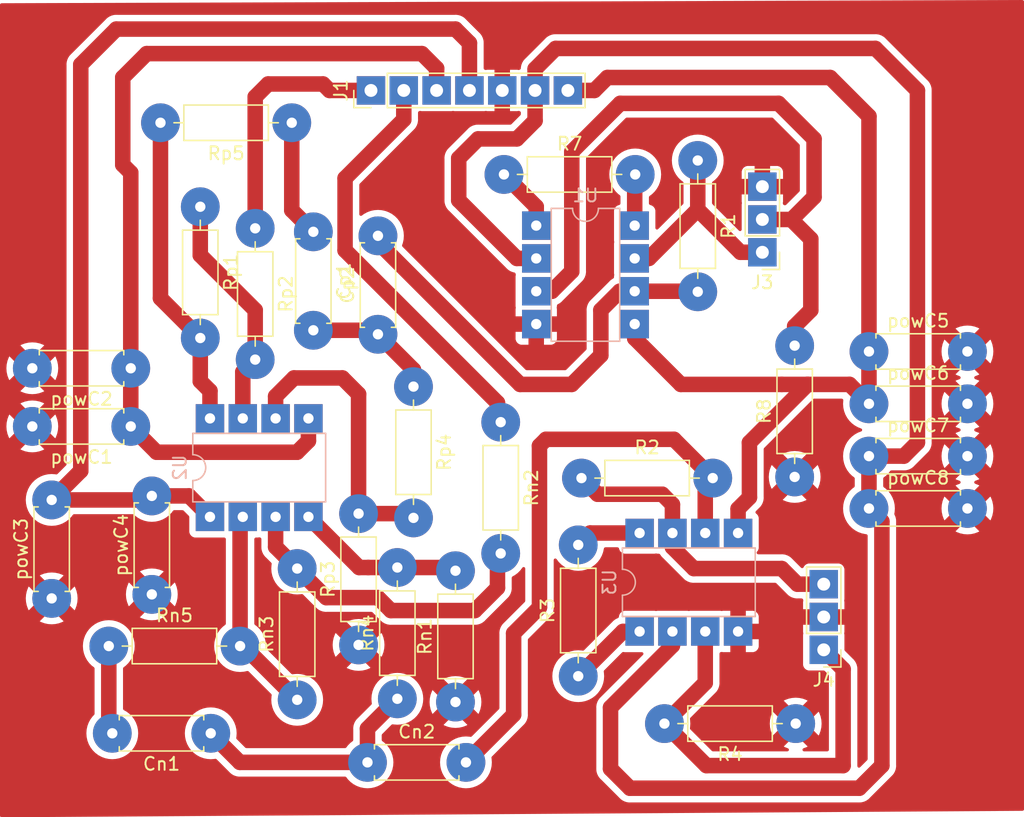
<source format=kicad_pcb>
(kicad_pcb (version 20221018) (generator pcbnew)
  (layers (0 "F.Cu" signal) (31 "B.Cu" signal) (34 "B.Paste" user) (35 "F.Paste" user) (36 "B.SilkS" user "B.Silkscreen") (37 "F.SilkS" user "F.Silkscreen") (38 "B.Mask" user) (39 "F.Mask" user) (44 "Edge.Cuts" user))
  (net 0 "")
  (footprint "Resistor_THT:R_Axial_DIN0207_L6.3mm_D2.5mm_P10.16mm_Horizontal" (layer "F.Cu") (at 77.08 71.25 180)
    (fp_text reference "R4" (at 5.08 -2.37) (layer "F.SilkS"))
    (fp_text value "1k")
    (fp_line (start 1.04 0) (end 1.81 0) (stroke (width 0.12)) (layer "F.SilkS"))
    (fp_line (start 1.81 -1.37) (end 1.81 1.37) (stroke (width 0.12)) (layer "F.SilkS"))
    (fp_line (start 1.81 1.37) (end 8.35 1.37) (stroke (width 0.12)) (layer "F.SilkS"))
    (fp_line (start 8.35 -1.37) (end 1.81 -1.37) (stroke (width 0.12)) (layer "F.SilkS"))
    (fp_line (start 8.35 1.37) (end 8.35 -1.37) (stroke (width 0.12)) (layer "F.SilkS"))
    (fp_line (start 9.12 0) (end 8.35 0) (stroke (width 0.12)) (layer "F.SilkS"))
    (pad "1" thru_hole circle (at 0 0 180) (size 3 3) (drill 0.8) (layers "*.Cu" "*.Mask"))
    (pad "2" thru_hole circle (at 10.16 0 180) (size 3 3) (drill 0.8) (layers "*.Cu" "*.Mask"))
  )
  (footprint "Resistor_THT:R_Axial_DIN0207_L6.3mm_D2.5mm_P7.62mm_Horizontal" (layer "F.Cu") (at 31.81 72 180)
    (fp_text reference "Cn1" (at 3.81 -2.37) (layer "F.SilkS"))
    (fp_text value "1u")
    (fp_line (start 0.54 -1.37) (end 7.08 -1.37) (stroke (width 0.12)) (layer "F.SilkS"))
    (fp_line (start 0.54 -1.04) (end 0.54 -1.37) (stroke (width 0.12)) (layer "F.SilkS"))
    (fp_line (start 0.54 1.04) (end 0.54 1.37) (stroke (width 0.12)) (layer "F.SilkS"))
    (fp_line (start 0.54 1.37) (end 7.08 1.37) (stroke (width 0.12)) (layer "F.SilkS"))
    (fp_line (start 7.08 -1.37) (end 7.08 -1.04) (stroke (width 0.12)) (layer "F.SilkS"))
    (fp_line (start 7.08 1.37) (end 7.08 1.04) (stroke (width 0.12)) (layer "F.SilkS"))
    (pad "1" thru_hole circle (at 0 0 180) (size 3 3) (drill 0.8) (layers "*.Cu" "*.Mask"))
    (pad "2" thru_hole circle (at 7.62 0 180) (size 3 3) (drill 0.8) (layers "*.Cu" "*.Mask"))
  )
  (footprint "Resistor_THT:R_Axial_DIN0207_L6.3mm_D2.5mm_P10.16mm_Horizontal" (layer "F.Cu") (at 23.92 65.25)
    (fp_text reference "Rn5" (at 5.08 -2.37) (layer "F.SilkS"))
    (fp_text value "1k")
    (fp_line (start 1.04 0) (end 1.81 0) (stroke (width 0.12)) (layer "F.SilkS"))
    (fp_line (start 1.81 -1.37) (end 1.81 1.37) (stroke (width 0.12)) (layer "F.SilkS"))
    (fp_line (start 1.81 1.37) (end 8.35 1.37) (stroke (width 0.12)) (layer "F.SilkS"))
    (fp_line (start 8.35 -1.37) (end 1.81 -1.37) (stroke (width 0.12)) (layer "F.SilkS"))
    (fp_line (start 8.35 1.37) (end 8.35 -1.37) (stroke (width 0.12)) (layer "F.SilkS"))
    (fp_line (start 9.12 0) (end 8.35 0) (stroke (width 0.12)) (layer "F.SilkS"))
    (pad "1" thru_hole circle (at 0 0) (size 3 3) (drill 0.8) (layers "*.Cu" "*.Mask"))
    (pad "2" thru_hole circle (at 10.16 0) (size 3 3) (drill 0.8) (layers "*.Cu" "*.Mask"))
  )
  (footprint "Connector_PinHeader_2.54mm:PinHeader_1x03_P2.54mm_Vertical" (layer "F.Cu") (at 79.25 65.54 180)
    (fp_text reference "J4" (at 0 -2.33) (layer "F.SilkS"))
    (fp_text value "nout")
    (fp_line (start -1.33 -1.33) (end 0 -1.33) (stroke (width 0.12)) (layer "F.SilkS"))
    (fp_line (start -1.33 0) (end -1.33 -1.33) (stroke (width 0.12)) (layer "F.SilkS"))
    (fp_line (start -1.33 1.27) (end -1.33 6.41) (stroke (width 0.12)) (layer "F.SilkS"))
    (fp_line (start -1.33 1.27) (end 1.33 1.27) (stroke (width 0.12)) (layer "F.SilkS"))
    (fp_line (start -1.33 6.41) (end 1.33 6.41) (stroke (width 0.12)) (layer "F.SilkS"))
    (fp_line (start 1.33 1.27) (end 1.33 6.41) (stroke (width 0.12)) (layer "F.SilkS"))
    (pad "1" thru_hole rect (at 0 0 180) (size 2.2 2.2) (drill 1) (layers "*.Cu" "*.Mask"))
    (pad "2" thru_hole rect (at 0 2.54 180) (size 2.2 2.2) (drill 1) (layers "*.Cu" "*.Mask"))
    (pad "3" thru_hole rect (at 0 5.08 180) (size 2.2 2.2) (drill 1) (layers "*.Cu" "*.Mask"))
  )
  (footprint "Resistor_THT:R_Axial_DIN0207_L6.3mm_D2.5mm_P10.16mm_Horizontal" (layer "F.Cu") (at 50.75 69.58 90)
    (fp_text reference "Rn1" (at 5.08 -2.37 90) (layer "F.SilkS"))
    (fp_text value "47k")
    (fp_line (start 1.04 0) (end 1.81 0) (stroke (width 0.12)) (layer "F.SilkS"))
    (fp_line (start 1.81 -1.37) (end 1.81 1.37) (stroke (width 0.12)) (layer "F.SilkS"))
    (fp_line (start 1.81 1.37) (end 8.35 1.37) (stroke (width 0.12)) (layer "F.SilkS"))
    (fp_line (start 8.35 -1.37) (end 1.81 -1.37) (stroke (width 0.12)) (layer "F.SilkS"))
    (fp_line (start 8.35 1.37) (end 8.35 -1.37) (stroke (width 0.12)) (layer "F.SilkS"))
    (fp_line (start 9.12 0) (end 8.35 0) (stroke (width 0.12)) (layer "F.SilkS"))
    (pad "1" thru_hole circle (at 0 0 90) (size 3 3) (drill 0.8) (layers "*.Cu" "*.Mask"))
    (pad "2" thru_hole circle (at 10.16 0 90) (size 3 3) (drill 0.8) (layers "*.Cu" "*.Mask"))
  )
  (footprint "Resistor_THT:R_Axial_DIN0207_L6.3mm_D2.5mm_P7.62mm_Horizontal" (layer "F.Cu") (at 39.75 33.19 -90)
    (fp_text reference "Cp1" (at 3.81 -2.37 -270) (layer "F.SilkS"))
    (fp_text value "1u")
    (fp_line (start 0.54 -1.37) (end 7.08 -1.37) (stroke (width 0.12)) (layer "F.SilkS"))
    (fp_line (start 0.54 -1.04) (end 0.54 -1.37) (stroke (width 0.12)) (layer "F.SilkS"))
    (fp_line (start 0.54 1.04) (end 0.54 1.37) (stroke (width 0.12)) (layer "F.SilkS"))
    (fp_line (start 0.54 1.37) (end 7.08 1.37) (stroke (width 0.12)) (layer "F.SilkS"))
    (fp_line (start 7.08 -1.37) (end 7.08 -1.04) (stroke (width 0.12)) (layer "F.SilkS"))
    (fp_line (start 7.08 1.37) (end 7.08 1.04) (stroke (width 0.12)) (layer "F.SilkS"))
    (pad "1" thru_hole circle (at 0 0 270) (size 3 3) (drill 0.8) (layers "*.Cu" "*.Mask"))
    (pad "2" thru_hole circle (at 7.62 0 270) (size 3 3) (drill 0.8) (layers "*.Cu" "*.Mask"))
  )
  (footprint "Resistor_THT:R_Axial_DIN0207_L6.3mm_D2.5mm_P10.16mm_Horizontal" (layer "F.Cu") (at 77 52.16 90)
    (fp_text reference "R8" (at 5.08 -2.37 90) (layer "F.SilkS"))
    (fp_text value "1k")
    (fp_line (start 1.04 0) (end 1.81 0) (stroke (width 0.12)) (layer "F.SilkS"))
    (fp_line (start 1.81 -1.37) (end 1.81 1.37) (stroke (width 0.12)) (layer "F.SilkS"))
    (fp_line (start 1.81 1.37) (end 8.35 1.37) (stroke (width 0.12)) (layer "F.SilkS"))
    (fp_line (start 8.35 -1.37) (end 1.81 -1.37) (stroke (width 0.12)) (layer "F.SilkS"))
    (fp_line (start 8.35 1.37) (end 8.35 -1.37) (stroke (width 0.12)) (layer "F.SilkS"))
    (fp_line (start 9.12 0) (end 8.35 0) (stroke (width 0.12)) (layer "F.SilkS"))
    (pad "1" thru_hole circle (at 0 0 90) (size 3 3) (drill 0.8) (layers "*.Cu" "*.Mask"))
    (pad "2" thru_hole circle (at 10.16 0 90) (size 3 3) (drill 0.8) (layers "*.Cu" "*.Mask"))
  )
  (footprint "Resistor_THT:R_Axial_DIN0207_L6.3mm_D2.5mm_P7.62mm_Horizontal" (layer "F.Cu") (at 25.62 43.75 180)
    (fp_text reference "powC2" (at 3.81 -2.37) (layer "F.SilkS"))
    (fp_text value "1n")
    (fp_line (start 0.54 -1.37) (end 7.08 -1.37) (stroke (width 0.12)) (layer "F.SilkS"))
    (fp_line (start 0.54 -1.04) (end 0.54 -1.37) (stroke (width 0.12)) (layer "F.SilkS"))
    (fp_line (start 0.54 1.04) (end 0.54 1.37) (stroke (width 0.12)) (layer "F.SilkS"))
    (fp_line (start 0.54 1.37) (end 7.08 1.37) (stroke (width 0.12)) (layer "F.SilkS"))
    (fp_line (start 7.08 -1.37) (end 7.08 -1.04) (stroke (width 0.12)) (layer "F.SilkS"))
    (fp_line (start 7.08 1.37) (end 7.08 1.04) (stroke (width 0.12)) (layer "F.SilkS"))
    (pad "1" thru_hole circle (at 0 0 180) (size 3 3) (drill 0.8) (layers "*.Cu" "*.Mask"))
    (pad "2" thru_hole circle (at 7.62 0 180) (size 3 3) (drill 0.8) (layers "*.Cu" "*.Mask"))
  )
  (footprint "Resistor_THT:R_Axial_DIN0207_L6.3mm_D2.5mm_P10.16mm_Horizontal" (layer "F.Cu") (at 38.5 69.41 90)
    (fp_text reference "Rn3" (at 5.08 -2.37 90) (layer "F.SilkS"))
    (fp_text value "47k")
    (fp_line (start 1.04 0) (end 1.81 0) (stroke (width 0.12)) (layer "F.SilkS"))
    (fp_line (start 1.81 -1.37) (end 1.81 1.37) (stroke (width 0.12)) (layer "F.SilkS"))
    (fp_line (start 1.81 1.37) (end 8.35 1.37) (stroke (width 0.12)) (layer "F.SilkS"))
    (fp_line (start 8.35 -1.37) (end 1.81 -1.37) (stroke (width 0.12)) (layer "F.SilkS"))
    (fp_line (start 8.35 1.37) (end 8.35 -1.37) (stroke (width 0.12)) (layer "F.SilkS"))
    (fp_line (start 9.12 0) (end 8.35 0) (stroke (width 0.12)) (layer "F.SilkS"))
    (pad "1" thru_hole circle (at 0 0 90) (size 3 3) (drill 0.8) (layers "*.Cu" "*.Mask"))
    (pad "2" thru_hole circle (at 10.16 0 90) (size 3 3) (drill 0.8) (layers "*.Cu" "*.Mask"))
  )
  (footprint "Resistor_THT:R_Axial_DIN0207_L6.3mm_D2.5mm_P10.16mm_Horizontal" (layer "F.Cu") (at 60.5 52.25)
    (fp_text reference "R2" (at 5.08 -2.37) (layer "F.SilkS"))
    (fp_text value "10")
    (fp_line (start 1.04 0) (end 1.81 0) (stroke (width 0.12)) (layer "F.SilkS"))
    (fp_line (start 1.81 -1.37) (end 1.81 1.37) (stroke (width 0.12)) (layer "F.SilkS"))
    (fp_line (start 1.81 1.37) (end 8.35 1.37) (stroke (width 0.12)) (layer "F.SilkS"))
    (fp_line (start 8.35 -1.37) (end 1.81 -1.37) (stroke (width 0.12)) (layer "F.SilkS"))
    (fp_line (start 8.35 1.37) (end 8.35 -1.37) (stroke (width 0.12)) (layer "F.SilkS"))
    (fp_line (start 9.12 0) (end 8.35 0) (stroke (width 0.12)) (layer "F.SilkS"))
    (pad "1" thru_hole circle (at 0 0) (size 3 3) (drill 0.8) (layers "*.Cu" "*.Mask"))
    (pad "2" thru_hole circle (at 10.16 0) (size 3 3) (drill 0.8) (layers "*.Cu" "*.Mask"))
  )
  (footprint "Resistor_THT:R_Axial_DIN0207_L6.3mm_D2.5mm_P10.16mm_Horizontal" (layer "F.Cu") (at 31 31.25 -90)
    (fp_text reference "Rp1" (at 5.08 -2.37 -270) (layer "F.SilkS"))
    (fp_text value "47k")
    (fp_line (start 1.04 0) (end 1.81 0) (stroke (width 0.12)) (layer "F.SilkS"))
    (fp_line (start 1.81 -1.37) (end 1.81 1.37) (stroke (width 0.12)) (layer "F.SilkS"))
    (fp_line (start 1.81 1.37) (end 8.35 1.37) (stroke (width 0.12)) (layer "F.SilkS"))
    (fp_line (start 8.35 -1.37) (end 1.81 -1.37) (stroke (width 0.12)) (layer "F.SilkS"))
    (fp_line (start 8.35 1.37) (end 8.35 -1.37) (stroke (width 0.12)) (layer "F.SilkS"))
    (fp_line (start 9.12 0) (end 8.35 0) (stroke (width 0.12)) (layer "F.SilkS"))
    (pad "1" thru_hole circle (at 0 0 270) (size 3 3) (drill 0.8) (layers "*.Cu" "*.Mask"))
    (pad "2" thru_hole circle (at 10.16 0 270) (size 3 3) (drill 0.8) (layers "*.Cu" "*.Mask"))
  )
  (footprint "Resistor_THT:R_Axial_DIN0207_L6.3mm_D2.5mm_P10.16mm_Horizontal" (layer "F.Cu") (at 43.25 65.16 90)
    (fp_text reference "Rp3" (at 5.08 -2.37 90) (layer "F.SilkS"))
    (fp_text value "47k")
    (fp_line (start 1.04 0) (end 1.81 0) (stroke (width 0.12)) (layer "F.SilkS"))
    (fp_line (start 1.81 -1.37) (end 1.81 1.37) (stroke (width 0.12)) (layer "F.SilkS"))
    (fp_line (start 1.81 1.37) (end 8.35 1.37) (stroke (width 0.12)) (layer "F.SilkS"))
    (fp_line (start 8.35 -1.37) (end 1.81 -1.37) (stroke (width 0.12)) (layer "F.SilkS"))
    (fp_line (start 8.35 1.37) (end 8.35 -1.37) (stroke (width 0.12)) (layer "F.SilkS"))
    (fp_line (start 9.12 0) (end 8.35 0) (stroke (width 0.12)) (layer "F.SilkS"))
    (pad "1" thru_hole circle (at 0 0 90) (size 3 3) (drill 0.8) (layers "*.Cu" "*.Mask"))
    (pad "2" thru_hole circle (at 10.16 0 90) (size 3 3) (drill 0.8) (layers "*.Cu" "*.Mask"))
  )
  (footprint "Resistor_THT:R_Axial_DIN0207_L6.3mm_D2.5mm_P7.62mm_Horizontal" (layer "F.Cu") (at 44.75 41.12 90)
    (fp_text reference "Cp2" (at 3.81 -2.37 90) (layer "F.SilkS"))
    (fp_text value "1u")
    (fp_line (start 0.54 -1.37) (end 7.08 -1.37) (stroke (width 0.12)) (layer "F.SilkS"))
    (fp_line (start 0.54 -1.04) (end 0.54 -1.37) (stroke (width 0.12)) (layer "F.SilkS"))
    (fp_line (start 0.54 1.04) (end 0.54 1.37) (stroke (width 0.12)) (layer "F.SilkS"))
    (fp_line (start 0.54 1.37) (end 7.08 1.37) (stroke (width 0.12)) (layer "F.SilkS"))
    (fp_line (start 7.08 -1.37) (end 7.08 -1.04) (stroke (width 0.12)) (layer "F.SilkS"))
    (fp_line (start 7.08 1.37) (end 7.08 1.04) (stroke (width 0.12)) (layer "F.SilkS"))
    (pad "1" thru_hole circle (at 0 0 90) (size 3 3) (drill 0.8) (layers "*.Cu" "*.Mask"))
    (pad "2" thru_hole circle (at 7.62 0 90) (size 3 3) (drill 0.8) (layers "*.Cu" "*.Mask"))
  )
  (footprint "Resistor_THT:R_Axial_DIN0207_L6.3mm_D2.5mm_P7.62mm_Horizontal" (layer "F.Cu") (at 82.75 54.6)
    (fp_text reference "powC8" (at 3.81 -2.37) (layer "F.SilkS"))
    (fp_text value "1n")
    (fp_line (start 0.54 -1.37) (end 7.08 -1.37) (stroke (width 0.12)) (layer "F.SilkS"))
    (fp_line (start 0.54 -1.04) (end 0.54 -1.37) (stroke (width 0.12)) (layer "F.SilkS"))
    (fp_line (start 0.54 1.04) (end 0.54 1.37) (stroke (width 0.12)) (layer "F.SilkS"))
    (fp_line (start 0.54 1.37) (end 7.08 1.37) (stroke (width 0.12)) (layer "F.SilkS"))
    (fp_line (start 7.08 -1.37) (end 7.08 -1.04) (stroke (width 0.12)) (layer "F.SilkS"))
    (fp_line (start 7.08 1.37) (end 7.08 1.04) (stroke (width 0.12)) (layer "F.SilkS"))
    (pad "1" thru_hole circle (at 0 0) (size 3 3) (drill 0.8) (layers "*.Cu" "*.Mask"))
    (pad "2" thru_hole circle (at 7.62 0) (size 3 3) (drill 0.8) (layers "*.Cu" "*.Mask"))
  )
  (footprint "Resistor_THT:R_Axial_DIN0207_L6.3mm_D2.5mm_P10.16mm_Horizontal" (layer "F.Cu") (at 47.5 45.17 -90)
    (fp_text reference "Rp4" (at 5.08 -2.37 -270) (layer "F.SilkS"))
    (fp_text value "47k")
    (fp_line (start 1.04 0) (end 1.81 0) (stroke (width 0.12)) (layer "F.SilkS"))
    (fp_line (start 1.81 -1.37) (end 1.81 1.37) (stroke (width 0.12)) (layer "F.SilkS"))
    (fp_line (start 1.81 1.37) (end 8.35 1.37) (stroke (width 0.12)) (layer "F.SilkS"))
    (fp_line (start 8.35 -1.37) (end 1.81 -1.37) (stroke (width 0.12)) (layer "F.SilkS"))
    (fp_line (start 8.35 1.37) (end 8.35 -1.37) (stroke (width 0.12)) (layer "F.SilkS"))
    (fp_line (start 9.12 0) (end 8.35 0) (stroke (width 0.12)) (layer "F.SilkS"))
    (pad "1" thru_hole circle (at 0 0 270) (size 3 3) (drill 0.8) (layers "*.Cu" "*.Mask"))
    (pad "2" thru_hole circle (at 10.16 0 270) (size 3 3) (drill 0.8) (layers "*.Cu" "*.Mask"))
  )
  (footprint "Resistor_THT:R_Axial_DIN0207_L6.3mm_D2.5mm_P10.16mm_Horizontal" (layer "F.Cu") (at 38.08 24.75 180)
    (fp_text reference "Rp5" (at 5.08 -2.37) (layer "F.SilkS"))
    (fp_text value "1k")
    (fp_line (start 1.04 0) (end 1.81 0) (stroke (width 0.12)) (layer "F.SilkS"))
    (fp_line (start 1.81 -1.37) (end 1.81 1.37) (stroke (width 0.12)) (layer "F.SilkS"))
    (fp_line (start 1.81 1.37) (end 8.35 1.37) (stroke (width 0.12)) (layer "F.SilkS"))
    (fp_line (start 8.35 -1.37) (end 1.81 -1.37) (stroke (width 0.12)) (layer "F.SilkS"))
    (fp_line (start 8.35 1.37) (end 8.35 -1.37) (stroke (width 0.12)) (layer "F.SilkS"))
    (fp_line (start 9.12 0) (end 8.35 0) (stroke (width 0.12)) (layer "F.SilkS"))
    (pad "1" thru_hole circle (at 0 0 180) (size 3 3) (drill 0.8) (layers "*.Cu" "*.Mask"))
    (pad "2" thru_hole circle (at 10.16 0 180) (size 3 3) (drill 0.8) (layers "*.Cu" "*.Mask"))
  )
  (footprint "Resistor_THT:R_Axial_DIN0207_L6.3mm_D2.5mm_P7.62mm_Horizontal" (layer "F.Cu") (at 27.25 61.25 90)
    (fp_text reference "powC4" (at 3.81 -2.37 90) (layer "F.SilkS"))
    (fp_text value "1n")
    (fp_line (start 0.54 -1.37) (end 7.08 -1.37) (stroke (width 0.12)) (layer "F.SilkS"))
    (fp_line (start 0.54 -1.04) (end 0.54 -1.37) (stroke (width 0.12)) (layer "F.SilkS"))
    (fp_line (start 0.54 1.04) (end 0.54 1.37) (stroke (width 0.12)) (layer "F.SilkS"))
    (fp_line (start 0.54 1.37) (end 7.08 1.37) (stroke (width 0.12)) (layer "F.SilkS"))
    (fp_line (start 7.08 -1.37) (end 7.08 -1.04) (stroke (width 0.12)) (layer "F.SilkS"))
    (fp_line (start 7.08 1.37) (end 7.08 1.04) (stroke (width 0.12)) (layer "F.SilkS"))
    (pad "1" thru_hole circle (at 0 0 90) (size 3 3) (drill 0.8) (layers "*.Cu" "*.Mask"))
    (pad "2" thru_hole circle (at 7.62 0 90) (size 3 3) (drill 0.8) (layers "*.Cu" "*.Mask"))
  )
  (footprint "Resistor_THT:R_Axial_DIN0207_L6.3mm_D2.5mm_P10.16mm_Horizontal" (layer "F.Cu") (at 46.25 69.33 90)
    (fp_text reference "Rn4" (at 5.08 -2.37 90) (layer "F.SilkS"))
    (fp_text value "47k")
    (fp_line (start 1.04 0) (end 1.81 0) (stroke (width 0.12)) (layer "F.SilkS"))
    (fp_line (start 1.81 -1.37) (end 1.81 1.37) (stroke (width 0.12)) (layer "F.SilkS"))
    (fp_line (start 1.81 1.37) (end 8.35 1.37) (stroke (width 0.12)) (layer "F.SilkS"))
    (fp_line (start 8.35 -1.37) (end 1.81 -1.37) (stroke (width 0.12)) (layer "F.SilkS"))
    (fp_line (start 8.35 1.37) (end 8.35 -1.37) (stroke (width 0.12)) (layer "F.SilkS"))
    (fp_line (start 9.12 0) (end 8.35 0) (stroke (width 0.12)) (layer "F.SilkS"))
    (pad "1" thru_hole circle (at 0 0 90) (size 3 3) (drill 0.8) (layers "*.Cu" "*.Mask"))
    (pad "2" thru_hole circle (at 10.16 0 90) (size 3 3) (drill 0.8) (layers "*.Cu" "*.Mask"))
  )
  (footprint "Resistor_THT:R_Axial_DIN0207_L6.3mm_D2.5mm_P7.62mm_Horizontal" (layer "F.Cu") (at 82.75 46.5)
    (fp_text reference "powC6" (at 3.81 -2.37) (layer "F.SilkS"))
    (fp_text value "1n")
    (fp_line (start 0.54 -1.37) (end 7.08 -1.37) (stroke (width 0.12)) (layer "F.SilkS"))
    (fp_line (start 0.54 -1.04) (end 0.54 -1.37) (stroke (width 0.12)) (layer "F.SilkS"))
    (fp_line (start 0.54 1.04) (end 0.54 1.37) (stroke (width 0.12)) (layer "F.SilkS"))
    (fp_line (start 0.54 1.37) (end 7.08 1.37) (stroke (width 0.12)) (layer "F.SilkS"))
    (fp_line (start 7.08 -1.37) (end 7.08 -1.04) (stroke (width 0.12)) (layer "F.SilkS"))
    (fp_line (start 7.08 1.37) (end 7.08 1.04) (stroke (width 0.12)) (layer "F.SilkS"))
    (pad "1" thru_hole circle (at 0 0) (size 3 3) (drill 0.8) (layers "*.Cu" "*.Mask"))
    (pad "2" thru_hole circle (at 7.62 0) (size 3 3) (drill 0.8) (layers "*.Cu" "*.Mask"))
  )
  (footprint "Resistor_THT:R_Axial_DIN0207_L6.3mm_D2.5mm_P7.62mm_Horizontal" (layer "F.Cu") (at 19.5 61.56 90)
    (fp_text reference "powC3" (at 3.81 -2.37 90) (layer "F.SilkS"))
    (fp_text value "1u")
    (fp_line (start 0.54 -1.37) (end 7.08 -1.37) (stroke (width 0.12)) (layer "F.SilkS"))
    (fp_line (start 0.54 -1.04) (end 0.54 -1.37) (stroke (width 0.12)) (layer "F.SilkS"))
    (fp_line (start 0.54 1.04) (end 0.54 1.37) (stroke (width 0.12)) (layer "F.SilkS"))
    (fp_line (start 0.54 1.37) (end 7.08 1.37) (stroke (width 0.12)) (layer "F.SilkS"))
    (fp_line (start 7.08 -1.37) (end 7.08 -1.04) (stroke (width 0.12)) (layer "F.SilkS"))
    (fp_line (start 7.08 1.37) (end 7.08 1.04) (stroke (width 0.12)) (layer "F.SilkS"))
    (pad "1" thru_hole circle (at 0 0 90) (size 3 3) (drill 0.8) (layers "*.Cu" "*.Mask"))
    (pad "2" thru_hole circle (at 7.62 0 90) (size 3 3) (drill 0.8) (layers "*.Cu" "*.Mask"))
  )
  (footprint "Resistor_THT:R_Axial_DIN0207_L6.3mm_D2.5mm_P10.16mm_Horizontal" (layer "F.Cu") (at 54.5 28.75)
    (fp_text reference "R7" (at 5.08 -2.37) (layer "F.SilkS"))
    (fp_text value "10k")
    (fp_line (start 1.04 0) (end 1.81 0) (stroke (width 0.12)) (layer "F.SilkS"))
    (fp_line (start 1.81 -1.37) (end 1.81 1.37) (stroke (width 0.12)) (layer "F.SilkS"))
    (fp_line (start 1.81 1.37) (end 8.35 1.37) (stroke (width 0.12)) (layer "F.SilkS"))
    (fp_line (start 8.35 -1.37) (end 1.81 -1.37) (stroke (width 0.12)) (layer "F.SilkS"))
    (fp_line (start 8.35 1.37) (end 8.35 -1.37) (stroke (width 0.12)) (layer "F.SilkS"))
    (fp_line (start 9.12 0) (end 8.35 0) (stroke (width 0.12)) (layer "F.SilkS"))
    (pad "1" thru_hole circle (at 0 0) (size 3 3) (drill 0.8) (layers "*.Cu" "*.Mask"))
    (pad "2" thru_hole circle (at 10.16 0) (size 3 3) (drill 0.8) (layers "*.Cu" "*.Mask"))
  )
  (footprint "Connector_PinHeader_2.54mm:PinHeader_1x03_P2.54mm_Vertical" (layer "F.Cu") (at 74.5 34.775 180)
    (fp_text reference "J3" (at 0 -2.33) (layer "F.SilkS"))
    (fp_text value "pout")
    (fp_line (start -1.33 -1.33) (end 0 -1.33) (stroke (width 0.12)) (layer "F.SilkS"))
    (fp_line (start -1.33 0) (end -1.33 -1.33) (stroke (width 0.12)) (layer "F.SilkS"))
    (fp_line (start -1.33 1.27) (end -1.33 6.41) (stroke (width 0.12)) (layer "F.SilkS"))
    (fp_line (start -1.33 1.27) (end 1.33 1.27) (stroke (width 0.12)) (layer "F.SilkS"))
    (fp_line (start -1.33 6.41) (end 1.33 6.41) (stroke (width 0.12)) (layer "F.SilkS"))
    (fp_line (start 1.33 1.27) (end 1.33 6.41) (stroke (width 0.12)) (layer "F.SilkS"))
    (pad "1" thru_hole rect (at 0 0 180) (size 2.2 2.2) (drill 1) (layers "*.Cu" "*.Mask"))
    (pad "2" thru_hole rect (at 0 2.54 180) (size 2.2 2.2) (drill 1) (layers "*.Cu" "*.Mask"))
    (pad "3" thru_hole rect (at 0 5.08 180) (size 2.2 2.2) (drill 1) (layers "*.Cu" "*.Mask"))
  )
  (footprint "Resistor_THT:R_Axial_DIN0207_L6.3mm_D2.5mm_P10.16mm_Horizontal" (layer "F.Cu") (at 35.25 32.92 -90)
    (fp_text reference "Rp2" (at 5.08 -2.37 -270) (layer "F.SilkS"))
    (fp_text value "47k")
    (fp_line (start 1.04 0) (end 1.81 0) (stroke (width 0.12)) (layer "F.SilkS"))
    (fp_line (start 1.81 -1.37) (end 1.81 1.37) (stroke (width 0.12)) (layer "F.SilkS"))
    (fp_line (start 1.81 1.37) (end 8.35 1.37) (stroke (width 0.12)) (layer "F.SilkS"))
    (fp_line (start 8.35 -1.37) (end 1.81 -1.37) (stroke (width 0.12)) (layer "F.SilkS"))
    (fp_line (start 8.35 1.37) (end 8.35 -1.37) (stroke (width 0.12)) (layer "F.SilkS"))
    (fp_line (start 9.12 0) (end 8.35 0) (stroke (width 0.12)) (layer "F.SilkS"))
    (pad "1" thru_hole circle (at 0 0 270) (size 3 3) (drill 0.8) (layers "*.Cu" "*.Mask"))
    (pad "2" thru_hole circle (at 10.16 0 270) (size 3 3) (drill 0.8) (layers "*.Cu" "*.Mask"))
  )
  (footprint "Resistor_THT:R_Axial_DIN0207_L6.3mm_D2.5mm_P10.16mm_Horizontal" (layer "F.Cu") (at 60.25 67.58 90)
    (fp_text reference "R3" (at 5.08 -2.37 90) (layer "F.SilkS"))
    (fp_text value "10k")
    (fp_line (start 1.04 0) (end 1.81 0) (stroke (width 0.12)) (layer "F.SilkS"))
    (fp_line (start 1.81 -1.37) (end 1.81 1.37) (stroke (width 0.12)) (layer "F.SilkS"))
    (fp_line (start 1.81 1.37) (end 8.35 1.37) (stroke (width 0.12)) (layer "F.SilkS"))
    (fp_line (start 8.35 -1.37) (end 1.81 -1.37) (stroke (width 0.12)) (layer "F.SilkS"))
    (fp_line (start 8.35 1.37) (end 8.35 -1.37) (stroke (width 0.12)) (layer "F.SilkS"))
    (fp_line (start 9.12 0) (end 8.35 0) (stroke (width 0.12)) (layer "F.SilkS"))
    (pad "1" thru_hole circle (at 0 0 90) (size 3 3) (drill 0.8) (layers "*.Cu" "*.Mask"))
    (pad "2" thru_hole circle (at 10.16 0 90) (size 3 3) (drill 0.8) (layers "*.Cu" "*.Mask"))
  )
  (footprint "Resistor_THT:R_Axial_DIN0207_L6.3mm_D2.5mm_P7.62mm_Horizontal" (layer "F.Cu") (at 43.94 74.25)
    (fp_text reference "Cn2" (at 3.81 -2.37) (layer "F.SilkS"))
    (fp_text value "1u")
    (fp_line (start 0.54 -1.37) (end 7.08 -1.37) (stroke (width 0.12)) (layer "F.SilkS"))
    (fp_line (start 0.54 -1.04) (end 0.54 -1.37) (stroke (width 0.12)) (layer "F.SilkS"))
    (fp_line (start 0.54 1.04) (end 0.54 1.37) (stroke (width 0.12)) (layer "F.SilkS"))
    (fp_line (start 0.54 1.37) (end 7.08 1.37) (stroke (width 0.12)) (layer "F.SilkS"))
    (fp_line (start 7.08 -1.37) (end 7.08 -1.04) (stroke (width 0.12)) (layer "F.SilkS"))
    (fp_line (start 7.08 1.37) (end 7.08 1.04) (stroke (width 0.12)) (layer "F.SilkS"))
    (pad "1" thru_hole circle (at 0 0) (size 3 3) (drill 0.8) (layers "*.Cu" "*.Mask"))
    (pad "2" thru_hole circle (at 7.62 0) (size 3 3) (drill 0.8) (layers "*.Cu" "*.Mask"))
  )
  (footprint "Connector_PinHeader_2.54mm:PinHeader_1x07_P2.54mm_Vertical" (layer "F.Cu") (at 44.21 22.25 90)
    (fp_text reference "J1" (at 0 -2.33 90) (layer "F.SilkS"))
    (fp_text value "in")
    (fp_line (start -1.33 -1.33) (end 0 -1.33) (stroke (width 0.12)) (layer "F.SilkS"))
    (fp_line (start -1.33 0) (end -1.33 -1.33) (stroke (width 0.12)) (layer "F.SilkS"))
    (fp_line (start -1.33 1.27) (end -1.33 16.57) (stroke (width 0.12)) (layer "F.SilkS"))
    (fp_line (start -1.33 1.27) (end 1.33 1.27) (stroke (width 0.12)) (layer "F.SilkS"))
    (fp_line (start -1.33 16.57) (end 1.33 16.57) (stroke (width 0.12)) (layer "F.SilkS"))
    (fp_line (start 1.33 1.27) (end 1.33 16.57) (stroke (width 0.12)) (layer "F.SilkS"))
    (pad "1" thru_hole rect (at 0 0 90) (size 2.2 2.2) (drill 1) (layers "*.Cu" "*.Mask"))
    (pad "2" thru_hole rect (at 0 2.54 90) (size 2.2 2.2) (drill 1) (layers "*.Cu" "*.Mask"))
    (pad "3" thru_hole rect (at 0 5.08 90) (size 2.2 2.2) (drill 1) (layers "*.Cu" "*.Mask"))
    (pad "4" thru_hole rect (at 0 7.62 90) (size 2.2 2.2) (drill 1) (layers "*.Cu" "*.Mask"))
    (pad "5" thru_hole rect (at 0 10.16 90) (size 2.2 2.2) (drill 1) (layers "*.Cu" "*.Mask"))
    (pad "6" thru_hole rect (at 0 12.7 90) (size 2.2 2.2) (drill 1) (layers "*.Cu" "*.Mask"))
    (pad "7" thru_hole rect (at 0 15.24 90) (size 2.2 2.2) (drill 1) (layers "*.Cu" "*.Mask"))
  )
  (footprint "Resistor_THT:R_Axial_DIN0207_L6.3mm_D2.5mm_P10.16mm_Horizontal" (layer "F.Cu") (at 69.5 27.67 -90)
    (fp_text reference "R1" (at 5.08 -2.37 -270) (layer "F.SilkS"))
    (fp_text value "10")
    (fp_line (start 1.04 0) (end 1.81 0) (stroke (width 0.12)) (layer "F.SilkS"))
    (fp_line (start 1.81 -1.37) (end 1.81 1.37) (stroke (width 0.12)) (layer "F.SilkS"))
    (fp_line (start 1.81 1.37) (end 8.35 1.37) (stroke (width 0.12)) (layer "F.SilkS"))
    (fp_line (start 8.35 -1.37) (end 1.81 -1.37) (stroke (width 0.12)) (layer "F.SilkS"))
    (fp_line (start 8.35 1.37) (end 8.35 -1.37) (stroke (width 0.12)) (layer "F.SilkS"))
    (fp_line (start 9.12 0) (end 8.35 0) (stroke (width 0.12)) (layer "F.SilkS"))
    (pad "1" thru_hole circle (at 0 0 270) (size 3 3) (drill 0.8) (layers "*.Cu" "*.Mask"))
    (pad "2" thru_hole circle (at 10.16 0 270) (size 3 3) (drill 0.8) (layers "*.Cu" "*.Mask"))
  )
  (footprint "Resistor_THT:R_Axial_DIN0207_L6.3mm_D2.5mm_P7.62mm_Horizontal" (layer "F.Cu") (at 25.62 48.25 180)
    (fp_text reference "powC1" (at 3.81 -2.37) (layer "F.SilkS"))
    (fp_text value "1u")
    (fp_line (start 0.54 -1.37) (end 7.08 -1.37) (stroke (width 0.12)) (layer "F.SilkS"))
    (fp_line (start 0.54 -1.04) (end 0.54 -1.37) (stroke (width 0.12)) (layer "F.SilkS"))
    (fp_line (start 0.54 1.04) (end 0.54 1.37) (stroke (width 0.12)) (layer "F.SilkS"))
    (fp_line (start 0.54 1.37) (end 7.08 1.37) (stroke (width 0.12)) (layer "F.SilkS"))
    (fp_line (start 7.08 -1.37) (end 7.08 -1.04) (stroke (width 0.12)) (layer "F.SilkS"))
    (fp_line (start 7.08 1.37) (end 7.08 1.04) (stroke (width 0.12)) (layer "F.SilkS"))
    (pad "1" thru_hole circle (at 0 0 180) (size 3 3) (drill 0.8) (layers "*.Cu" "*.Mask"))
    (pad "2" thru_hole circle (at 7.62 0 180) (size 3 3) (drill 0.8) (layers "*.Cu" "*.Mask"))
  )
  (footprint "Resistor_THT:R_Axial_DIN0207_L6.3mm_D2.5mm_P7.62mm_Horizontal" (layer "F.Cu") (at 82.75 42.45)
    (fp_text reference "powC5" (at 3.81 -2.37) (layer "F.SilkS"))
    (fp_text value "1u")
    (fp_line (start 0.54 -1.37) (end 7.08 -1.37) (stroke (width 0.12)) (layer "F.SilkS"))
    (fp_line (start 0.54 -1.04) (end 0.54 -1.37) (stroke (width 0.12)) (layer "F.SilkS"))
    (fp_line (start 0.54 1.04) (end 0.54 1.37) (stroke (width 0.12)) (layer "F.SilkS"))
    (fp_line (start 0.54 1.37) (end 7.08 1.37) (stroke (width 0.12)) (layer "F.SilkS"))
    (fp_line (start 7.08 -1.37) (end 7.08 -1.04) (stroke (width 0.12)) (layer "F.SilkS"))
    (fp_line (start 7.08 1.37) (end 7.08 1.04) (stroke (width 0.12)) (layer "F.SilkS"))
    (pad "1" thru_hole circle (at 0 0) (size 3 3) (drill 0.8) (layers "*.Cu" "*.Mask"))
    (pad "2" thru_hole circle (at 7.62 0) (size 3 3) (drill 0.8) (layers "*.Cu" "*.Mask"))
  )
  (footprint "Resistor_THT:R_Axial_DIN0207_L6.3mm_D2.5mm_P7.62mm_Horizontal" (layer "F.Cu") (at 82.75 50.55)
    (fp_text reference "powC7" (at 3.81 -2.37) (layer "F.SilkS"))
    (fp_text value "1u")
    (fp_line (start 0.54 -1.37) (end 7.08 -1.37) (stroke (width 0.12)) (layer "F.SilkS"))
    (fp_line (start 0.54 -1.04) (end 0.54 -1.37) (stroke (width 0.12)) (layer "F.SilkS"))
    (fp_line (start 0.54 1.04) (end 0.54 1.37) (stroke (width 0.12)) (layer "F.SilkS"))
    (fp_line (start 0.54 1.37) (end 7.08 1.37) (stroke (width 0.12)) (layer "F.SilkS"))
    (fp_line (start 7.08 -1.37) (end 7.08 -1.04) (stroke (width 0.12)) (layer "F.SilkS"))
    (fp_line (start 7.08 1.37) (end 7.08 1.04) (stroke (width 0.12)) (layer "F.SilkS"))
    (pad "1" thru_hole circle (at 0 0) (size 3 3) (drill 0.8) (layers "*.Cu" "*.Mask"))
    (pad "2" thru_hole circle (at 7.62 0) (size 3 3) (drill 0.8) (layers "*.Cu" "*.Mask"))
  )
  (footprint "Resistor_THT:R_Axial_DIN0207_L6.3mm_D2.5mm_P10.16mm_Horizontal" (layer "F.Cu") (at 54.25 47.92 -90)
    (fp_text reference "Rn2" (at 5.08 -2.37 -270) (layer "F.SilkS"))
    (fp_text value "47k")
    (fp_line (start 1.04 0) (end 1.81 0) (stroke (width 0.12)) (layer "F.SilkS"))
    (fp_line (start 1.81 -1.37) (end 1.81 1.37) (stroke (width 0.12)) (layer "F.SilkS"))
    (fp_line (start 1.81 1.37) (end 8.35 1.37) (stroke (width 0.12)) (layer "F.SilkS"))
    (fp_line (start 8.35 -1.37) (end 1.81 -1.37) (stroke (width 0.12)) (layer "F.SilkS"))
    (fp_line (start 8.35 1.37) (end 8.35 -1.37) (stroke (width 0.12)) (layer "F.SilkS"))
    (fp_line (start 9.12 0) (end 8.35 0) (stroke (width 0.12)) (layer "F.SilkS"))
    (pad "1" thru_hole circle (at 0 0 270) (size 3 3) (drill 0.8) (layers "*.Cu" "*.Mask"))
    (pad "2" thru_hole circle (at 10.16 0 270) (size 3 3) (drill 0.8) (layers "*.Cu" "*.Mask"))
  )
  (footprint "Package_DIP:DIP-8_W7.62mm" (layer "B.Cu") (at 31.75 47.63 -90)
    (fp_text reference "U2" (at 3.81 2.33 -270) (layer "B.SilkS") (effects (justify mirror)))
    (fp_text value "AD8066_SOIC")
    (fp_line (start 1.16 -8.95) (end 6.46 -8.95) (stroke (width 0.12)) (layer "B.SilkS"))
    (fp_line (start 1.16 1.33) (end 1.16 -8.95) (stroke (width 0.12)) (layer "B.SilkS"))
    (fp_line (start 2.81 1.33) (end 1.16 1.33) (stroke (width 0.12)) (layer "B.SilkS"))
    (fp_line (start 6.46 -8.95) (end 6.46 1.33) (stroke (width 0.12)) (layer "B.SilkS"))
    (fp_line (start 6.46 1.33) (end 4.81 1.33) (stroke (width 0.12)) (layer "B.SilkS"))
    (fp_arc (start 2.81 1.33) (mid 3.81 0.33) (end 4.81 1.33) (stroke (width 0.12)) (layer "B.SilkS"))
    (pad "1" thru_hole rect (at 0 0 270) (size 2.2 2.2) (drill 0.8) (layers "*.Cu" "*.Mask"))
    (pad "2" thru_hole rect (at 0 -2.54 270) (size 2.2 2.2) (drill 0.8) (layers "*.Cu" "*.Mask"))
    (pad "3" thru_hole rect (at 0 -5.08 270) (size 2.2 2.2) (drill 0.8) (layers "*.Cu" "*.Mask"))
    (pad "4" thru_hole rect (at 0 -7.62 270) (size 2.2 2.2) (drill 0.8) (layers "*.Cu" "*.Mask"))
    (pad "5" thru_hole rect (at 7.62 -7.62 270) (size 2.2 2.2) (drill 0.8) (layers "*.Cu" "*.Mask"))
    (pad "6" thru_hole rect (at 7.62 -5.08 270) (size 2.2 2.2) (drill 0.8) (layers "*.Cu" "*.Mask"))
    (pad "7" thru_hole rect (at 7.62 -2.54 270) (size 2.2 2.2) (drill 0.8) (layers "*.Cu" "*.Mask"))
    (pad "8" thru_hole rect (at 7.62 0 270) (size 2.2 2.2) (drill 0.8) (layers "*.Cu" "*.Mask"))
  )
  (footprint "Package_DIP:DIP-8_W7.62mm" (layer "B.Cu") (at 64.62 32.71 180)
    (fp_text reference "U1" (at 3.81 2.33) (layer "B.SilkS") (effects (justify mirror)))
    (fp_text value "~")
    (fp_line (start 1.16 -8.95) (end 6.46 -8.95) (stroke (width 0.12)) (layer "B.SilkS"))
    (fp_line (start 1.16 1.33) (end 1.16 -8.95) (stroke (width 0.12)) (layer "B.SilkS"))
    (fp_line (start 2.81 1.33) (end 1.16 1.33) (stroke (width 0.12)) (layer "B.SilkS"))
    (fp_line (start 6.46 -8.95) (end 6.46 1.33) (stroke (width 0.12)) (layer "B.SilkS"))
    (fp_line (start 6.46 1.33) (end 4.81 1.33) (stroke (width 0.12)) (layer "B.SilkS"))
    (fp_arc (start 2.81 1.33) (mid 3.81 0.33) (end 4.81 1.33) (stroke (width 0.12)) (layer "B.SilkS"))
    (pad "1" thru_hole rect (at 0 0 180) (size 2.2 2.2) (drill 0.8) (layers "*.Cu" "*.Mask"))
    (pad "2" thru_hole rect (at 0 -2.54 180) (size 2.2 2.2) (drill 0.8) (layers "*.Cu" "*.Mask"))
    (pad "3" thru_hole rect (at 0 -5.08 180) (size 2.2 2.2) (drill 0.8) (layers "*.Cu" "*.Mask"))
    (pad "4" thru_hole rect (at 0 -7.62 180) (size 2.2 2.2) (drill 0.8) (layers "*.Cu" "*.Mask"))
    (pad "5" thru_hole rect (at 7.62 -7.62 180) (size 2.2 2.2) (drill 0.8) (layers "*.Cu" "*.Mask"))
    (pad "6" thru_hole rect (at 7.62 -5.08 180) (size 2.2 2.2) (drill 0.8) (layers "*.Cu" "*.Mask"))
    (pad "7" thru_hole rect (at 7.62 -2.54 180) (size 2.2 2.2) (drill 0.8) (layers "*.Cu" "*.Mask"))
    (pad "8" thru_hole rect (at 7.62 0 180) (size 2.2 2.2) (drill 0.8) (layers "*.Cu" "*.Mask"))
  )
  (footprint "Package_DIP:DIP-8_W7.62mm" (layer "B.Cu") (at 65 56.5 -90)
    (fp_text reference "U3" (at 3.81 2.33 -270) (layer "B.SilkS") (effects (justify mirror)))
    (fp_text value "~")
    (fp_line (start 1.16 -8.95) (end 6.46 -8.95) (stroke (width 0.12)) (layer "B.SilkS"))
    (fp_line (start 1.16 1.33) (end 1.16 -8.95) (stroke (width 0.12)) (layer "B.SilkS"))
    (fp_line (start 2.81 1.33) (end 1.16 1.33) (stroke (width 0.12)) (layer "B.SilkS"))
    (fp_line (start 6.46 -8.95) (end 6.46 1.33) (stroke (width 0.12)) (layer "B.SilkS"))
    (fp_line (start 6.46 1.33) (end 4.81 1.33) (stroke (width 0.12)) (layer "B.SilkS"))
    (fp_arc (start 2.81 1.33) (mid 3.81 0.33) (end 4.81 1.33) (stroke (width 0.12)) (layer "B.SilkS"))
    (pad "1" thru_hole rect (at 0 0 270) (size 2.2 2.2) (drill 0.8) (layers "*.Cu" "*.Mask"))
    (pad "2" thru_hole rect (at 0 -2.54 270) (size 2.2 2.2) (drill 0.8) (layers "*.Cu" "*.Mask"))
    (pad "3" thru_hole rect (at 0 -5.08 270) (size 2.2 2.2) (drill 0.8) (layers "*.Cu" "*.Mask"))
    (pad "4" thru_hole rect (at 0 -7.62 270) (size 2.2 2.2) (drill 0.8) (layers "*.Cu" "*.Mask"))
    (pad "5" thru_hole rect (at 7.62 -7.62 270) (size 2.2 2.2) (drill 0.8) (layers "*.Cu" "*.Mask"))
    (pad "6" thru_hole rect (at 7.62 -5.08 270) (size 2.2 2.2) (drill 0.8) (layers "*.Cu" "*.Mask"))
    (pad "7" thru_hole rect (at 7.62 -2.54 270) (size 2.2 2.2) (drill 0.8) (layers "*.Cu" "*.Mask"))
    (pad "8" thru_hole rect (at 7.62 0 270) (size 2.2 2.2) (drill 0.8) (layers "*.Cu" "*.Mask"))
  )
  (segment (start 67.54 54.29) (end 66.75 53.5) (width 1.2) (layer "F.Cu") (net 0))
  (segment (start 57.25 49.75) (end 57.75 49.25) (width 1.2) (layer "F.Cu") (net 0))
  (segment (start 42.205123 29.044877) (end 42.205123 34.625123) (width 1.2) (layer "F.Cu") (net 0))
  (segment (start 27.92 38.33) (end 27.92 24.75) (width 1.2) (layer "F.Cu") (net 0))
  (segment (start 65 56.5) (end 61.17 56.5) (width 1.2) (layer "F.Cu") (net 0))
  (segment (start 27.62 50.25) (end 25.62 48.25) (width 1.2) (layer "F.Cu") (net 0))
  (segment (start 52.5 26) (end 55.5 26) (width 1.2) (layer "F.Cu") (net 0))
  (segment (start 72.62 56.5) (end 72.62 54.63) (width 1.2) (layer "F.Cu") (net 0))
  (segment (start 44.75 34) (end 55.75 45) (width 1.2) (layer "F.Cu") (net 0))
  (segment (start 78.5 26) (end 75.75 23.25) (width 1.2) (layer "F.Cu") (net 0))
  (segment (start 39.37 47.63) (end 39.37 49.37) (width 1.2) (layer "F.Cu") (net 0))
  (segment (start 31.75 45.5) (end 31 44.75) (width 1.2) (layer "F.Cu") (net 0))
  (segment (start 81.25 45) (end 78 45) (width 1.2) (layer "F.Cu") (net 0))
  (segment (start 46.75 24.5) (end 42.205123 29.044877) (width 1.2) (layer "F.Cu") (net 0))
  (segment (start 25.62 43.75) (end 25.62 28.62) (width 1.2) (layer "F.Cu") (net 0))
  (segment (start 44 59.17) (end 50.5 59.17) (width 1.2) (layer "F.Cu") (net 0))
  (segment (start 63.5 23.25) (end 59.75 27) (width 1.2) (layer "F.Cu") (net 0))
  (segment (start 64.62 32.71) (end 64.62 28.79) (width 1.2) (layer "F.Cu") (net 0))
  (segment (start 44.44 40.81) (end 44.75 41.12) (width 1.2) (layer "F.Cu") (net 0))
  (segment (start 61.5 22.25) (end 62.5 21.25) (width 1.2) (layer "F.Cu") (net 0))
  (segment (start 55.75 45) (end 59.75 45) (width 1.2) (layer "F.Cu") (net 0))
  (segment (start 19.5 53.94) (end 26.94 53.94) (width 1.2) (layer "F.Cu") (net 0))
  (segment (start 41 22.25) (end 40.5 21.75) (width 1.2) (layer "F.Cu") (net 0))
  (segment (start 48.15 19.4) (end 49.29 20.54) (width 1.2) (layer "F.Cu") (net 0))
  (segment (start 72.62 54.63) (end 73.5 53.75) (width 1.2) (layer "F.Cu") (net 0))
  (segment (start 40.75 61.5) (end 38.5 59.25) (width 1.2) (layer "F.Cu") (net 0))
  (segment (start 64.62 41.43) (end 64.62 40.33) (width 1.2) (layer "F.Cu") (net 0))
  (segment (start 63.71 64.12) (end 60.25 67.58) (width 1.2) (layer "F.Cu") (net 0))
  (segment (start 82 76.25) (end 83.75 74.5) (width 1.2) (layer "F.Cu") (net 0))
  (segment (start 59.75 27) (end 59.75 36.25) (width 1.2) (layer "F.Cu") (net 0))
  (segment (start 67.54 64.12) (end 67.54 65.21) (width 1.2) (layer "F.Cu") (net 0))
  (segment (start 51.56 74.25) (end 55.25 70.56) (width 1.2) (layer "F.Cu") (net 0))
  (segment (start 43.94 71.64) (end 46.25 69.33) (width 1.2) (layer "F.Cu") (net 0))
  (segment (start 49.29 20.54) (end 49.29 22.25) (width 1.2) (layer "F.Cu") (net 0))
  (segment (start 86.5 49.5) (end 86.5 22.25) (width 1.2) (layer "F.Cu") (net 0))
  (segment (start 85.45 50.55) (end 86.5 49.5) (width 1.2) (layer "F.Cu") (net 0))
  (segment (start 72.805 34.775) (end 69.5 31.47) (width 1.2) (layer "F.Cu") (net 0))
  (segment (start 31.75 47.63) (end 31.75 45.5) (width 1.2) (layer "F.Cu") (net 0))
  (segment (start 83.25 19) (end 58.5 19) (width 1.2) (layer "F.Cu") (net 0))
  (segment (start 34.34 65.25) (end 38.5 69.41) (width 1.2) (layer "F.Cu") (net 0))
  (segment (start 58.21 37.79) (end 57 37.79) (width 1.2) (layer "F.Cu") (net 0))
  (segment (start 78.25 33.75) (end 78.25 39.25) (width 1.2) (layer "F.Cu") (net 0))
  (segment (start 73.5 49.5) (end 78 45) (width 1.2) (layer "F.Cu") (net 0))
  (segment (start 76 59.25) (end 77.21 60.46) (width 1.2) (layer "F.Cu") (net 0))
  (segment (start 43.25 55) (end 47.17 55) (width 1.2) (layer "F.Cu") (net 0))
  (segment (start 55.25 64.26) (end 57.25 62.26) (width 1.2) (layer "F.Cu") (net 0))
  (segment (start 26.85 19.4) (end 48.15 19.4) (width 1.2) (layer "F.Cu") (net 0))
  (segment (start 70.08 68.09) (end 70.08 64.12) (width 1.2) (layer "F.Cu") (net 0))
  (segment (start 34.06 74.25) (end 43.94 74.25) (width 1.2) (layer "F.Cu") (net 0))
  (segment (start 77 40.5) (end 77 42) (width 1.2) (layer "F.Cu") (net 0))
  (segment (start 51.83 22.25) (end 51.83 18.58) (width 1.2) (layer "F.Cu") (net 0))
  (segment (start 44.75 33.5) (end 44.75 34) (width 1.2) (layer "F.Cu") (net 0))
  (segment (start 74.5 32.235) (end 76.765 32.235) (width 1.2) (layer "F.Cu") (net 0))
  (segment (start 45.75 62.5) (end 44.75 61.5) (width 1.2) (layer "F.Cu") (net 0))
  (segment (start 62.75 70) (end 62.75 74.75) (width 1.2) (layer "F.Cu") (net 0))
  (segment (start 80.75 74.5) (end 80.75 67.04) (width 1.2) (layer "F.Cu") (net 0))
  (segment (start 74.5 34.775) (end 72.805 34.775) (width 1.2) (layer "F.Cu") (net 0))
  (segment (start 67.54 56.5) (end 67.54 54.29) (width 1.2) (layer "F.Cu") (net 0))
  (segment (start 64.25 76.25) (end 82 76.25) (width 1.2) (layer "F.Cu") (net 0))
  (segment (start 38.49 50.25) (end 27.62 50.25) (width 1.2) (layer "F.Cu") (net 0))
  (segment (start 75.75 23.25) (end 63.5 23.25) (width 1.2) (layer "F.Cu") (net 0))
  (segment (start 76.765 32.235) (end 78.5 30.5) (width 1.2) (layer "F.Cu") (net 0))
  (segment (start 65.72 35.25) (end 69.5 31.47) (width 1.2) (layer "F.Cu") (net 0))
  (segment (start 46.75 22.25) (end 46.75 24.5) (width 1.2) (layer "F.Cu") (net 0))
  (segment (start 39.37 55.25) (end 43.29 59.17) (width 1.2) (layer "F.Cu") (net 0))
  (segment (start 54 60.75) (end 52.25 62.5) (width 1.2) (layer "F.Cu") (net 0))
  (segment (start 51 30.75) (end 51 27.5) (width 1.2) (layer "F.Cu") (net 0))
  (segment (start 58.5 19) (end 56.91 20.59) (width 1.2) (layer "F.Cu") (net 0))
  (segment (start 50.5 59.17) (end 50.75 59.42) (width 1.2) (layer "F.Cu") (net 0))
  (segment (start 47.5 45.17) (end 47.5 43.87) (width 1.2) (layer "F.Cu") (net 0))
  (segment (start 66.92 71.25) (end 70.17 74.5) (width 1.2) (layer "F.Cu") (net 0))
  (segment (start 38.08 24.75) (end 38.08 31.52) (width 1.2) (layer "F.Cu") (net 0))
  (segment (start 57.25 62.26) (end 57.25 49.75) (width 1.2) (layer "F.Cu") (net 0))
  (segment (start 67.54 65.21) (end 62.75 70) (width 1.2) (layer "F.Cu") (net 0))
  (segment (start 57 32.71) (end 57 31.25) (width 1.2) (layer "F.Cu") (net 0))
  (segment (start 23.92 71.73) (end 24.19 72) (width 1.2) (layer "F.Cu") (net 0))
  (segment (start 25.62 48.25) (end 25.62 43.75) (width 1.2) (layer "F.Cu") (net 0))
  (segment (start 76.765 32.235) (end 76.765 32.265) (width 1.2) (layer "F.Cu") (net 0))
  (segment (start 27.25 53.63) (end 30.13 53.63) (width 1.2) (layer "F.Cu") (net 0))
  (segment (start 35.25 43.08) (end 35.25 39.25) (width 1.2) (layer "F.Cu") (net 0))
  (segment (start 70.08 52.83) (end 70.66 52.25) (width 1.2) (layer "F.Cu") (net 0))
  (segment (start 25.62 28.62) (end 25 28) (width 1.2) (layer "F.Cu") (net 0))
  (segment (start 31 44.75) (end 31 41.41) (width 1.2) (layer "F.Cu") (net 0))
  (segment (start 25 21.25) (end 26.85 19.4) (width 1.2) (layer "F.Cu") (net 0))
  (segment (start 55.5 35.25) (end 51 30.75) (width 1.2) (layer "F.Cu") (net 0))
  (segment (start 38.5 59.25) (end 38.5 59.5) (width 0.25) (layer "F.Cu") (net 0))
  (segment (start 57 35.25) (end 55.5 35.25) (width 1.2) (layer "F.Cu") (net 0))
  (segment (start 34.08 65.25) (end 34.08 55.46) (width 1.2) (layer "F.Cu") (net 0))
  (segment (start 47.5 43.87) (end 44.75 41.12) (width 1.2) (layer "F.Cu") (net 0))
  (segment (start 35.25 39.25) (end 31 35) (width 1.2) (layer "F.Cu") (net 0))
  (segment (start 70.17 74.5) (end 80.75 74.5) (width 1.2) (layer "F.Cu") (net 0))
  (segment (start 26.94 53.94) (end 27.25 53.63) (width 1.2) (layer "F.Cu") (net 0))
  (segment (start 50.75 17.5) (end 24.5 17.5) (width 1.2) (layer "F.Cu") (net 0))
  (segment (start 57 31.25) (end 54.5 28.75) (width 1.2) (layer "F.Cu") (net 0))
  (segment (start 34.29 47.63) (end 34.29 44.04) (width 1.2) (layer "F.Cu") (net 0))
  (segment (start 80.75 67.04) (end 79.25 65.54) (width 1.2) (layer "F.Cu") (net 0))
  (segment (start 44.75 61.5) (end 40.75 61.5) (width 1.2) (layer "F.Cu") (net 0))
  (segment (start 47.17 55) (end 47.5 55.33) (width 1.2) (layer "F.Cu") (net 0))
  (segment (start 51.83 18.58) (end 50.75 17.5) (width 1.2) (layer "F.Cu") (net 0))
  (segment (start 66.92 71.25) (end 70.08 68.09) (width 1.2) (layer "F.Cu") (net 0))
  (segment (start 36.25 21.75) (end 35.25 22.75) (width 1.2) (layer "F.Cu") (net 0))
  (segment (start 62.75 74.75) (end 64.25 76.25) (width 1.2) (layer "F.Cu") (net 0))
  (segment (start 21.75 20.25) (end 21.75 51.69) (width 1.2) (layer "F.Cu") (net 0))
  (segment (start 79.75 21.25) (end 82.75 24.25) (width 1.2) (layer "F.Cu") (net 0))
  (segment (start 31 41.41) (end 27.92 38.33) (width 1.2) (layer "F.Cu") (net 0))
  (segment (start 38.5 59.25) (end 36.83 57.58) (width 1.2) (layer "F.Cu") (net 0))
  (segment (start 38.25 44.5) (end 42 44.5) (width 1.2) (layer "F.Cu") (net 0))
  (segment (start 59.75 45) (end 62 42.75) (width 1.2) (layer "F.Cu") (net 0))
  (segment (start 52.25 62.5) (end 45.75 62.5) (width 1.2) (layer "F.Cu") (net 0))
  (segment (start 70.08 56.5) (end 70.08 52.83) (width 1.2) (layer "F.Cu") (net 0))
  (segment (start 57.75 49.25) (end 67.66 49.25) (width 1.2) (layer "F.Cu") (net 0))
  (segment (start 35.25 22.75) (end 35.25 32.92) (width 1.2) (layer "F.Cu") (net 0))
  (segment (start 62.5 21.25) (end 79.75 21.25) (width 1.2) (layer "F.Cu") (net 0))
  (segment (start 38.08 31.52) (end 39.75 33.19) (width 1.2) (layer "F.Cu") (net 0))
  (segment (start 67.54 56.5) (end 67.54 57.6) (width 1.2) (layer "F.Cu") (net 0))
  (segment (start 62 39.25) (end 63.46 37.79) (width 1.2) (layer "F.Cu") (net 0))
  (segment (start 82.75 24.25) (end 82.75 42.45) (width 1.2) (layer "F.Cu") (net 0))
  (segment (start 78.5 30.5) (end 78.5 26) (width 1.2) (layer "F.Cu") (net 0))
  (segment (start 56.91 24.59) (end 56.91 22.25) (width 1.2) (layer "F.Cu") (net 0))
  (segment (start 51 27.5) (end 52.5 26) (width 1.2) (layer "F.Cu") (net 0))
  (segment (start 62 42.75) (end 62 39.25) (width 1.2) (layer "F.Cu") (net 0))
  (segment (start 56.91 20.59) (end 56.91 22.25) (width 1.2) (layer "F.Cu") (net 0))
  (segment (start 82.75 54.6) (end 82.75 50.55) (width 1.2) (layer "F.Cu") (net 0))
  (segment (start 83.75 55.6) (end 82.75 54.6) (width 1.2) (layer "F.Cu") (net 0))
  (segment (start 83.75 74.5) (end 83.75 55.6) (width 1.2) (layer "F.Cu") (net 0))
  (segment (start 34.29 44.04) (end 35.25 43.08) (width 1.2) (layer "F.Cu") (net 0))
  (segment (start 82.75 46.5) (end 81.25 45) (width 1.2) (layer "F.Cu") (net 0))
  (segment (start 77.21 60.46) (end 79.25 60.46) (width 1.2) (layer "F.Cu") (net 0))
  (segment (start 24.5 17.5) (end 21.75 20.25) (width 1.2) (layer "F.Cu") (net 0))
  (segment (start 82.75 50.55) (end 85.45 50.55) (width 1.2) (layer "F.Cu") (net 0))
  (segment (start 43.25 45.75) (end 43.25 55) (width 1.2) (layer "F.Cu") (net 0))
  (segment (start 23.92 65.25) (end 23.92 71.73) (width 1.2) (layer "F.Cu") (net 0))
  (segment (start 54 46.42) (end 54 47.92) (width 1.2) (layer "F.Cu") (net 0))
  (segment (start 54 58.08) (end 54 60.75) (width 1.2) (layer "F.Cu") (net 0))
  (segment (start 42 44.5) (end 43.25 45.75) (width 1.2) (layer "F.Cu") (net 0))
  (segment (start 36.83 45.92) (end 38.25 44.5) (width 1.2) (layer "F.Cu") (net 0))
  (segment (start 78.25 39.25) (end 77 40.5) (width 1.2) (layer "F.Cu") (net 0))
  (segment (start 66.75 53.5) (end 61.75 53.5) (width 1.2) (layer "F.Cu") (net 0))
  (segment (start 21.75 51.69) (end 19.5 53.94) (width 1.2) (layer "F.Cu") (net 0))
  (segment (start 36.83 57.58) (end 36.83 55.25) (width 1.2) (layer "F.Cu") (net 0))
  (segment (start 67.54 57.6) (end 69.19 59.25) (width 1.2) (layer "F.Cu") (net 0))
  (segment (start 86.5 22.25) (end 83.25 19) (width 1.2) (layer "F.Cu") (net 0))
  (segment (start 67.66 49.25) (end 70.66 52.25) (width 1.2) (layer "F.Cu") (net 0))
  (segment (start 69.5 31.47) (end 69.5 27.67) (width 1.2) (layer "F.Cu") (net 0))
  (segment (start 30.13 53.63) (end 31.75 55.25) (width 1.2) (layer "F.Cu") (net 0))
  (segment (start 40.5 21.75) (end 36.25 21.75) (width 1.2) (layer "F.Cu") (net 0))
  (segment (start 43.29 59.17) (end 44 59.17) (width 1.2) (layer "F.Cu") (net 0))
  (segment (start 76 45) (end 78 45) (width 1.2) (layer "F.Cu") (net 0))
  (segment (start 82.75 46.5) (end 82.75 42.45) (width 1.2) (layer "F.Cu") (net 0))
  (segment (start 63.46 37.79) (end 64.62 37.79) (width 1.2) (layer "F.Cu") (net 0))
  (segment (start 64.62 35.25) (end 65.72 35.25) (width 1.2) (layer "F.Cu") (net 0))
  (segment (start 42.205123 34.625123) (end 54 46.42) (width 1.2) (layer "F.Cu") (net 0))
  (segment (start 31.81 72) (end 34.06 74.25) (width 1.2) (layer "F.Cu") (net 0))
  (segment (start 31 35) (end 31 31.25) (width 1.2) (layer "F.Cu") (net 0))
  (segment (start 65 64.12) (end 63.71 64.12) (width 1.2) (layer "F.Cu") (net 0))
  (segment (start 68.19 45) (end 64.62 41.43) (width 1.2) (layer "F.Cu") (net 0))
  (segment (start 59.45 22.25) (end 61.5 22.25) (width 1.2) (layer "F.Cu") (net 0))
  (segment (start 64.62 28.79) (end 64.66 28.75) (width 1.2) (layer "F.Cu") (net 0))
  (segment (start 55.25 70.56) (end 55.25 64.26) (width 1.2) (layer "F.Cu") (net 0))
  (segment (start 64.62 37.79) (end 69.46 37.79) (width 1.2) (layer "F.Cu") (net 0))
  (segment (start 76.765 32.265) (end 78.25 33.75) (width 1.2) (layer "F.Cu") (net 0))
  (segment (start 25 28) (end 25 21.25) (width 1.2) (layer "F.Cu") (net 0))
  (segment (start 69.46 37.79) (end 69.5 37.83) (width 1.2) (layer "F.Cu") (net 0))
  (segment (start 73.5 53.75) (end 73.5 49.5) (width 1.2) (layer "F.Cu") (net 0))
  (segment (start 34.08 55.46) (end 34.29 55.25) (width 1.2) (layer "F.Cu") (net 0))
  (segment (start 61.75 53.5) (end 60.5 52.25) (width 1.2) (layer "F.Cu") (net 0))
  (segment (start 69.19 59.25) (end 76 59.25) (width 1.2) (layer "F.Cu") (net 0))
  (segment (start 76 45) (end 68.19 45) (width 1.2) (layer "F.Cu") (net 0))
  (segment (start 43.94 74.25) (end 43.94 71.64) (width 1.2) (layer "F.Cu") (net 0))
  (segment (start 59.75 36.25) (end 58.21 37.79) (width 1.2) (layer "F.Cu") (net 0))
  (segment (start 55.5 26) (end 56.91 24.59) (width 1.2) (layer "F.Cu") (net 0))
  (segment (start 39.37 49.37) (end 38.49 50.25) (width 1.2) (layer "F.Cu") (net 0))
  (segment (start 39.75 40.81) (end 44.44 40.81) (width 1.2) (layer "F.Cu") (net 0))
  (segment (start 36.83 47.63) (end 36.83 45.92) (width 1.2) (layer "F.Cu") (net 0))
  (segment (start 44.21 22.25) (end 41 22.25) (width 1.2) (layer "F.Cu") (net 0))
  (segment (start 34.08 65.25) (end 34.34 65.25) (width 1.2) (layer "F.Cu") (net 0))
  (segment (start 61.17 56.5) (end 60.25 57.42) (width 1.2) (layer "F.Cu") (net 0))
  (zone (net 0) (net_name "") (layer "F.Cu") (connect_pads (clearance 0.5)) (min_thickness 0.25) (fill yes (thermal_gap 0.5) (thermal_bridge_width 1.2))
    (polygon (pts (xy 94.75 15.25) (xy 94.75 78) (xy 15.5 78.5) (xy 15.5 15.5)))
  )
)
</source>
